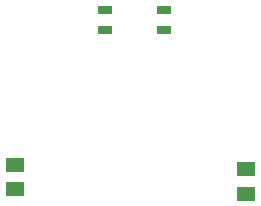
<source format=gtp>
G04*
G04 #@! TF.GenerationSoftware,Altium Limited,CircuitMaker,2.2.1 (2.2.1.6)*
G04*
G04 Layer_Color=7318015*
%FSLAX44Y44*%
%MOMM*%
G71*
G04*
G04 #@! TF.SameCoordinates,B7FF0B77-2EFF-419A-B724-F2A86093BB65*
G04*
G04*
G04 #@! TF.FilePolarity,Positive*
G04*
G01*
G75*
%ADD17R,1.5500X1.2500*%
%ADD18R,1.1800X0.7800*%
G54D17*
X499750Y192750D02*
D03*
Y213250D02*
D03*
X304250Y217250D02*
D03*
Y196750D02*
D03*
G54D18*
X380000Y331500D02*
D03*
Y348500D02*
D03*
X430000D02*
D03*
Y331500D02*
D03*
M02*

</source>
